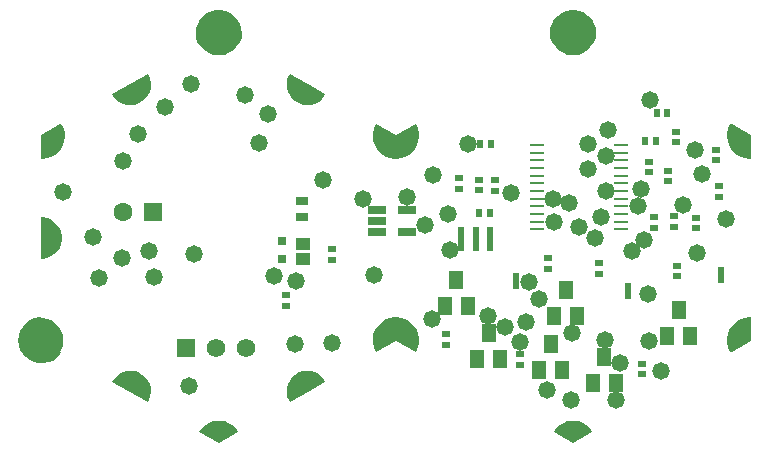
<source format=gbr>
G04*
G04 #@! TF.GenerationSoftware,Altium Limited,Altium Designer,25.8.1 (18)*
G04*
G04 Layer_Color=8388736*
%FSLAX44Y44*%
%MOMM*%
G71*
G04*
G04 #@! TF.SameCoordinates,E23997CD-C925-4744-B0FB-38551C603FD4*
G04*
G04*
G04 #@! TF.FilePolarity,Negative*
G04*
G01*
G75*
%ADD23R,0.5588X1.3208*%
%ADD26R,1.1612X0.2708*%
%ADD32R,0.8000X0.8000*%
%ADD33R,1.6032X0.8032*%
%ADD34R,0.6100X0.6600*%
%ADD35R,1.2192X1.6002*%
%ADD36R,0.8000X0.6100*%
%ADD37R,0.6032X2.1032*%
%ADD38R,0.9900X0.7400*%
%ADD39R,1.1532X1.0032*%
G04:AMPARAMS|DCode=40|XSize=1.2032mm|YSize=1.2032mm|CornerRadius=0.6016mm|HoleSize=0mm|Usage=FLASHONLY|Rotation=30.000|XOffset=0mm|YOffset=0mm|HoleType=Round|Shape=RoundedRectangle|*
%AMROUNDEDRECTD40*
21,1,1.2032,0.0000,0,0,30.0*
21,1,0.0000,1.2032,0,0,30.0*
1,1,1.2032,0.0000,0.0000*
1,1,1.2032,0.0000,0.0000*
1,1,1.2032,0.0000,0.0000*
1,1,1.2032,0.0000,0.0000*
%
%ADD40ROUNDEDRECTD40*%
G04:AMPARAMS|DCode=41|XSize=1.2032mm|YSize=1.2032mm|CornerRadius=0.6016mm|HoleSize=0mm|Usage=FLASHONLY|Rotation=90.000|XOffset=0mm|YOffset=0mm|HoleType=Round|Shape=RoundedRectangle|*
%AMROUNDEDRECTD41*
21,1,1.2032,0.0000,0,0,90.0*
21,1,0.0000,1.2032,0,0,90.0*
1,1,1.2032,0.0000,0.0000*
1,1,1.2032,0.0000,0.0000*
1,1,1.2032,0.0000,0.0000*
1,1,1.2032,0.0000,0.0000*
%
%ADD41ROUNDEDRECTD41*%
G04:AMPARAMS|DCode=42|XSize=1.2032mm|YSize=1.2032mm|CornerRadius=0.6016mm|HoleSize=0mm|Usage=FLASHONLY|Rotation=330.000|XOffset=0mm|YOffset=0mm|HoleType=Round|Shape=RoundedRectangle|*
%AMROUNDEDRECTD42*
21,1,1.2032,0.0000,0,0,330.0*
21,1,0.0000,1.2032,0,0,330.0*
1,1,1.2032,0.0000,0.0000*
1,1,1.2032,0.0000,0.0000*
1,1,1.2032,0.0000,0.0000*
1,1,1.2032,0.0000,0.0000*
%
%ADD42ROUNDEDRECTD42*%
%ADD43C,1.6032*%
%ADD44R,1.6032X1.6032*%
%ADD45C,1.5700*%
%ADD46R,1.5700X1.5700*%
%ADD47C,1.4732*%
G36*
X153602Y191945D02*
X157319Y190313D01*
X160621Y187953D01*
X163369Y184964D01*
X165443Y181474D01*
X166757Y177633D01*
X167254Y173604D01*
X166912Y169559D01*
X165747Y165671D01*
X164778Y163887D01*
Y163887D01*
X147599Y173778D01*
X163910Y164387D01*
X163116Y162923D01*
X161034Y160324D01*
X158522Y158138D01*
X155660Y156435D01*
X152541Y155268D01*
X149264Y154675D01*
X145934D01*
X142657Y155268D01*
X139538Y156435D01*
X136677Y158138D01*
X134165Y160324D01*
X132082Y162923D01*
X131289Y164387D01*
X130421Y163887D01*
X129452Y165671D01*
X128287Y169559D01*
X127945Y173604D01*
X128442Y177633D01*
X129755Y181474D01*
X131830Y184964D01*
X134577Y187953D01*
X137880Y190313D01*
X141597Y191945D01*
X145570Y192779D01*
X149629D01*
X153602Y191945D01*
D02*
G37*
G36*
X-146397D02*
X-142680Y190313D01*
X-139378Y187953D01*
X-136631Y184964D01*
X-134556Y181474D01*
X-133243Y177633D01*
X-132746Y173604D01*
X-133087Y169559D01*
X-134252Y165671D01*
X-135222Y163887D01*
Y163887D01*
X-152400Y173778D01*
X-136089Y164387D01*
X-136883Y162923D01*
X-138966Y160324D01*
X-141478Y158138D01*
X-144339Y156435D01*
X-147458Y155268D01*
X-150735Y154675D01*
X-154065D01*
X-157342Y155268D01*
X-160461Y156435D01*
X-163322Y158138D01*
X-165834Y160324D01*
X-167917Y162923D01*
X-168711Y164387D01*
X-169578Y163887D01*
X-170548Y165671D01*
X-171713Y169559D01*
X-172054Y173604D01*
X-171558Y177633D01*
X-170244Y181474D01*
X-168169Y184964D01*
X-165422Y187953D01*
X-162120Y190313D01*
X-158403Y191945D01*
X-154430Y192779D01*
X-150370D01*
X-146397Y191945D01*
D02*
G37*
G36*
X-92289Y139060D02*
X-92277Y139080D01*
X-77174Y130346D01*
X-62065Y121637D01*
X-62076Y121617D01*
X-62023Y121586D01*
X-62856Y120043D01*
X-65104Y117351D01*
X-67840Y115159D01*
X-70958Y113554D01*
X-74333Y112600D01*
X-77829Y112336D01*
X-81309Y112771D01*
X-84633Y113888D01*
X-86165Y114774D01*
X-87704Y115661D01*
X-90333Y117981D01*
X-92450Y120777D01*
X-93969Y123937D01*
X-94830Y127337D01*
X-94999Y130839D01*
X-94469Y134305D01*
X-93261Y137598D01*
X-92343Y139091D01*
X-92289Y139060D01*
D02*
G37*
G36*
X-211602Y137587D02*
X-210390Y134297D01*
X-209856Y130831D01*
X-210020Y127328D01*
X-210877Y123928D01*
X-212392Y120765D01*
X-214505Y117967D01*
X-217131Y115644D01*
X-220167Y113888D01*
X-223491Y112771D01*
X-226971Y112336D01*
X-230467Y112600D01*
X-233842Y113554D01*
X-236960Y115159D01*
X-239697Y117351D01*
X-241944Y120043D01*
X-242778Y121586D01*
X-242778D01*
X-212523Y139080D01*
X-211602Y137587D01*
D02*
G37*
G36*
X-285740Y96820D02*
D01*
X-285740D01*
X-285740D01*
D02*
G37*
G36*
X-284825Y95325D02*
X-283556Y92057D01*
X-282889Y88616D01*
X-282844Y85111D01*
X-283423Y81654D01*
X-284608Y78355D01*
X-286361Y75319D01*
X-288626Y72643D01*
X-291330Y70413D01*
X-294388Y68700D01*
X-297702Y67557D01*
X-301166Y67023D01*
X-302918Y67067D01*
X-302917Y68069D01*
X-302920Y68069D01*
Y68069D01*
X-302897Y86890D01*
X-286609Y96320D01*
X-286608Y96318D01*
X-285740Y96820D01*
X-284825Y95325D01*
D02*
G37*
G36*
X281810Y96269D02*
X281842Y96320D01*
X281842D01*
X298130Y86890D01*
X298152Y68069D01*
X298099Y68068D01*
Y67106D01*
X296351Y67059D01*
X292893Y67589D01*
X289584Y68726D01*
X286530Y70432D01*
X283828Y72655D01*
X281565Y75323D01*
X279812Y78351D01*
X278626Y81642D01*
X278044Y85092D01*
X278084Y88590D01*
X278747Y92025D01*
X280009Y95288D01*
X280921Y96781D01*
Y96781D01*
X281810Y96269D01*
D02*
G37*
G36*
X-2400Y87176D02*
X14278Y96781D01*
X15189Y95288D01*
X16452Y92025D01*
X17114Y88590D01*
X17155Y85092D01*
X16573Y81642D01*
X15387Y78351D01*
X13634Y75323D01*
X11371Y72655D01*
X8669Y70432D01*
X5615Y68726D01*
X2306Y67589D01*
X-1152Y67059D01*
X-2400Y67093D01*
X-3649Y67059D01*
X-7107Y67589D01*
X-10416Y68726D01*
X-13470Y70432D01*
X-16171Y72655D01*
X-18435Y75323D01*
X-20187Y78351D01*
X-21374Y81642D01*
X-21956Y85092D01*
X-21915Y88590D01*
X-21253Y92025D01*
X-19990Y95288D01*
X-19079Y96781D01*
Y96781D01*
X-2400Y87176D01*
D02*
G37*
G36*
X-297687Y16945D02*
X-294415Y15672D01*
X-291462Y13774D01*
X-288944Y11327D01*
X-286963Y8429D01*
X-285596Y5196D01*
X-284899Y1755D01*
Y-1755D01*
X-285596Y-5196D01*
X-286963Y-8429D01*
X-288944Y-11327D01*
X-291462Y-13774D01*
X-294415Y-15672D01*
X-297687Y-16945D01*
X-297715Y-16950D01*
X-297726Y-16954D01*
X-301181Y-17554D01*
X-302934Y-17505D01*
X-302934D01*
X-302957Y17443D01*
X-302900Y17444D01*
Y17493D01*
X-301146Y17544D01*
X-297687Y16945D01*
D02*
G37*
G36*
X2306Y-67589D02*
X5615Y-68726D01*
X8669Y-70432D01*
X11371Y-72655D01*
X13634Y-75323D01*
X15387Y-78351D01*
X16573Y-81642D01*
X17155Y-85092D01*
X17114Y-88590D01*
X16452Y-92025D01*
X15189Y-95288D01*
X14278Y-96781D01*
X-2400Y-87176D01*
X-19079Y-96781D01*
X-19990Y-95288D01*
X-21253Y-92025D01*
X-21915Y-88590D01*
X-21956Y-85092D01*
X-21374Y-81642D01*
X-20187Y-78351D01*
X-18435Y-75323D01*
X-16171Y-72655D01*
X-13470Y-70432D01*
X-10416Y-68726D01*
X-7107Y-67589D01*
X-3649Y-67059D01*
X-2400Y-67093D01*
X-1152Y-67059D01*
X2306Y-67589D01*
D02*
G37*
G36*
X298099Y-67106D02*
Y-68068D01*
X298152Y-68069D01*
X298152Y-68069D01*
X298130Y-86890D01*
X281842Y-96320D01*
X281810Y-96269D01*
X280921Y-96781D01*
X280009Y-95288D01*
X278747Y-92025D01*
X278084Y-88590D01*
X278044Y-85092D01*
X278626Y-81642D01*
X279812Y-78351D01*
X281565Y-75323D01*
X283828Y-72655D01*
X286530Y-70432D01*
X289584Y-68726D01*
X292893Y-67589D01*
X296351Y-67059D01*
X298099Y-67106D01*
D02*
G37*
G36*
X14278Y-96781D02*
X14278D01*
D01*
X14278D01*
D02*
G37*
G36*
X-302917Y-68069D02*
X-301255Y-68025D01*
X-297964Y-68529D01*
X-294814Y-69612D01*
X-291908Y-71238D01*
X-289338Y-73355D01*
X-287186Y-75897D01*
X-285521Y-78781D01*
X-284396Y-81915D01*
X-283847Y-85200D01*
X-283892Y-88529D01*
X-284529Y-91798D01*
X-285738Y-94901D01*
X-286608Y-96318D01*
X-285740Y-96820D01*
X-286800Y-98551D01*
X-289585Y-101504D01*
X-292917Y-103823D01*
X-296655Y-105407D01*
X-300638Y-106190D01*
X-304697Y-106138D01*
X-308659Y-105253D01*
X-312354Y-103574D01*
X-315626Y-101171D01*
X-318335Y-98147D01*
X-320365Y-94632D01*
X-321629Y-90774D01*
X-322074Y-86740D01*
X-321681Y-82699D01*
X-320466Y-78826D01*
X-318482Y-75285D01*
X-315812Y-72226D01*
X-312571Y-69782D01*
X-308898Y-68055D01*
X-304947Y-67120D01*
X-302918Y-67067D01*
X-302918Y-67067D01*
X-302917Y-68069D01*
D02*
G37*
G36*
X-74333Y-112600D02*
X-70958Y-113554D01*
X-67840Y-115159D01*
X-65104Y-117351D01*
X-62856Y-120043D01*
X-62023Y-121586D01*
D01*
Y-121586D01*
X-77150Y-130333D01*
X-92277Y-139080D01*
X-93198Y-137587D01*
X-94410Y-134297D01*
X-94944Y-130831D01*
X-94780Y-127329D01*
X-93923Y-123928D01*
X-92408Y-120766D01*
X-90295Y-117967D01*
X-87669Y-115644D01*
X-84633Y-113888D01*
X-81309Y-112771D01*
X-77829Y-112336D01*
X-74333Y-112600D01*
D02*
G37*
G36*
X-223491Y-112771D02*
X-220167Y-113888D01*
X-218636Y-114774D01*
X-217097Y-115661D01*
X-214467Y-117981D01*
X-212350Y-120777D01*
X-210831Y-123937D01*
X-209970Y-127337D01*
X-209801Y-130839D01*
X-210331Y-134305D01*
X-211539Y-137598D01*
X-212457Y-139091D01*
D01*
X-212457Y-139091D01*
X-212457Y-139091D01*
X-212511Y-139060D01*
X-212523Y-139080D01*
D01*
X-212523Y-139080D01*
X-212523Y-139080D01*
X-227626Y-130346D01*
X-242735Y-121637D01*
X-242724Y-121617D01*
X-242778Y-121586D01*
X-241944Y-120043D01*
X-239697Y-117351D01*
X-236960Y-115159D01*
X-233842Y-113554D01*
X-230467Y-112600D01*
X-226971Y-112336D01*
X-223491Y-112771D01*
D02*
G37*
G36*
X152541Y-155268D02*
X155660Y-156435D01*
X158522Y-158139D01*
X161034Y-160324D01*
X163116Y-162923D01*
X163910Y-164387D01*
X147599Y-173778D01*
X131289Y-164387D01*
X132082Y-162923D01*
X134165Y-160324D01*
X136677Y-158139D01*
X139538Y-156435D01*
X142657Y-155268D01*
X145934Y-154675D01*
X149264D01*
X152541Y-155268D01*
D02*
G37*
G36*
X-147458D02*
X-144339Y-156435D01*
X-141478Y-158139D01*
X-138966Y-160324D01*
X-136883Y-162923D01*
X-136089Y-164387D01*
X-152400Y-173778D01*
X-168711Y-164387D01*
X-167917Y-162923D01*
X-165834Y-160324D01*
X-163322Y-158139D01*
X-160461Y-156435D01*
X-157342Y-155268D01*
X-154065Y-154675D01*
X-150735D01*
X-147458Y-155268D01*
D02*
G37*
D23*
X194100Y-45051D02*
D03*
X99272Y-36293D02*
D03*
X272922Y-31461D02*
D03*
D26*
X117090Y13695D02*
D03*
Y78696D02*
D03*
Y20195D02*
D03*
X188590Y39695D02*
D03*
Y7196D02*
D03*
Y59196D02*
D03*
Y20195D02*
D03*
Y26696D02*
D03*
Y13695D02*
D03*
Y65695D02*
D03*
Y72195D02*
D03*
Y33196D02*
D03*
Y78696D02*
D03*
Y52696D02*
D03*
Y46195D02*
D03*
X117090Y7196D02*
D03*
Y26696D02*
D03*
Y33196D02*
D03*
Y39695D02*
D03*
Y46195D02*
D03*
Y52696D02*
D03*
Y59196D02*
D03*
Y65695D02*
D03*
Y72195D02*
D03*
D32*
X-98806Y-17660D02*
D03*
Y-2660D02*
D03*
D33*
X6798Y23840D02*
D03*
Y4840D02*
D03*
X-18201D02*
D03*
Y14340D02*
D03*
Y23840D02*
D03*
D34*
X227291Y105950D02*
D03*
X218291D02*
D03*
X77098Y21026D02*
D03*
X68098D02*
D03*
X69131Y79375D02*
D03*
X217627Y82092D02*
D03*
X208627D02*
D03*
X78130Y79375D02*
D03*
D35*
X76018Y-80687D02*
D03*
X66518Y-102683D02*
D03*
X85518D02*
D03*
X141250Y-43843D02*
D03*
X131751Y-65839D02*
D03*
X150750D02*
D03*
X128566Y-90049D02*
D03*
X236984Y-61358D02*
D03*
X174168Y-100619D02*
D03*
X164669Y-122615D02*
D03*
X183668D02*
D03*
X138066Y-112045D02*
D03*
X48838Y-35386D02*
D03*
X39338Y-57383D02*
D03*
X58337D02*
D03*
X227485Y-83355D02*
D03*
X119066Y-112045D02*
D03*
X246484Y-83355D02*
D03*
D36*
X68185Y49390D02*
D03*
Y40390D02*
D03*
X81811Y48989D02*
D03*
Y39989D02*
D03*
X50952Y50683D02*
D03*
Y41684D02*
D03*
X271412Y34738D02*
D03*
X234870Y89944D02*
D03*
X232757Y18370D02*
D03*
X169638Y-30494D02*
D03*
Y-21494D02*
D03*
X126150Y-17267D02*
D03*
X235776Y-23608D02*
D03*
Y-32608D02*
D03*
X251783Y17162D02*
D03*
X205879Y-115357D02*
D03*
X271412Y43738D02*
D03*
X102896Y-98505D02*
D03*
X39778Y-81593D02*
D03*
X205879Y-106357D02*
D03*
X212220Y55546D02*
D03*
X268392Y65844D02*
D03*
X126150Y-26266D02*
D03*
X102896Y-107505D02*
D03*
X251783Y8162D02*
D03*
X39778Y-90592D02*
D03*
X227622Y47996D02*
D03*
X216146Y8766D02*
D03*
X232757Y9370D02*
D03*
X212220Y64546D02*
D03*
X-56862Y-18414D02*
D03*
Y-9414D02*
D03*
X216146Y17766D02*
D03*
X227622Y56996D02*
D03*
X-95133Y-48739D02*
D03*
Y-57738D02*
D03*
X234870Y80945D02*
D03*
X268392Y74844D02*
D03*
D37*
X77146Y-657D02*
D03*
X65146D02*
D03*
X53146D02*
D03*
D38*
X-81626Y17355D02*
D03*
Y31356D02*
D03*
D39*
X-81026Y-5180D02*
D03*
Y-17680D02*
D03*
D40*
X290700Y82601D02*
D03*
X-295468Y-82601D02*
D03*
X-223901Y-123901D02*
D03*
X-80899Y123901D02*
D03*
D41*
X147599Y165199D02*
D03*
Y-165199D02*
D03*
X-1679Y77521D02*
D03*
X-152400Y165199D02*
D03*
X-1679Y-77521D02*
D03*
X-152400Y-165199D02*
D03*
X-80899Y-123901D02*
D03*
X-223901Y123901D02*
D03*
D42*
X290700Y-82601D02*
D03*
X-295468Y82601D02*
D03*
X-295501Y-0D02*
D03*
D43*
X-233423Y22051D02*
D03*
D44*
X-208423D02*
D03*
D45*
X-129178Y-93003D02*
D03*
X-154579D02*
D03*
D46*
X-179979D02*
D03*
D47*
X-173083Y-13848D02*
D03*
X160620Y79573D02*
D03*
X160450Y58527D02*
D03*
X177417Y91483D02*
D03*
X175262Y69760D02*
D03*
X107895Y-71182D02*
D03*
X102852Y-88355D02*
D03*
X-118110Y80263D02*
D03*
X-258493Y1090D02*
D03*
X-220735Y88385D02*
D03*
X-198156Y110454D02*
D03*
X-110309Y104901D02*
D03*
X58928Y79375D02*
D03*
X-87771Y-89446D02*
D03*
X-56153Y-88939D02*
D03*
X-177976Y-125714D02*
D03*
X-233423Y65023D02*
D03*
X277368Y16001D02*
D03*
X-64008Y48767D02*
D03*
X-284168Y38802D02*
D03*
X205486Y41147D02*
D03*
X-211836Y-11177D02*
D03*
X41656Y20319D02*
D03*
X94996Y38353D02*
D03*
X152908Y8889D02*
D03*
X-207518Y-33021D02*
D03*
X-20574Y-31243D02*
D03*
X131318Y13207D02*
D03*
X208026Y-1525D02*
D03*
X75946Y-65969D02*
D03*
X125222Y-129033D02*
D03*
X211373Y-47685D02*
D03*
X-30607Y32892D02*
D03*
X89773Y-75439D02*
D03*
X110080Y-37344D02*
D03*
X221996Y-112523D02*
D03*
X256540Y53847D02*
D03*
X28702Y53339D02*
D03*
X130556Y33273D02*
D03*
X21844Y10667D02*
D03*
X166389Y-1D02*
D03*
X27940Y-68835D02*
D03*
X171159Y18033D02*
D03*
X119066Y-51877D02*
D03*
X250783Y74844D02*
D03*
X-86614Y-36069D02*
D03*
X43434Y-10161D02*
D03*
X-234442Y-16765D02*
D03*
X144526Y29209D02*
D03*
X-253492Y-33782D02*
D03*
X187706Y-106173D02*
D03*
X175260Y39695D02*
D03*
X146812Y-80519D02*
D03*
X197358Y-10669D02*
D03*
X145796Y-137161D02*
D03*
X183668D02*
D03*
X7112Y34543D02*
D03*
X202184Y27431D02*
D03*
X211836Y-87631D02*
D03*
X252602Y-12759D02*
D03*
X174244Y-86107D02*
D03*
X241046Y27939D02*
D03*
X212598Y116839D02*
D03*
X-129794Y120903D02*
D03*
X-105918Y-32005D02*
D03*
X-175924Y130301D02*
D03*
M02*

</source>
